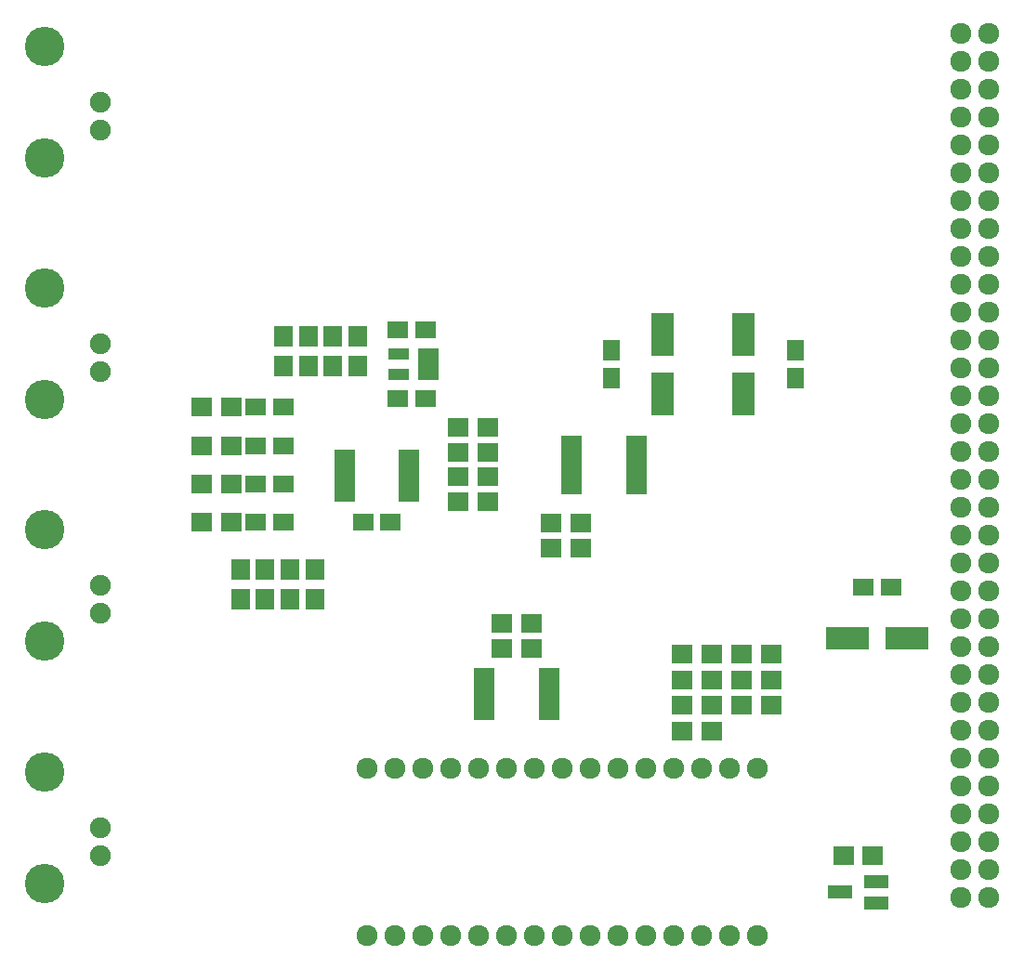
<source format=gbr>
G04 #@! TF.FileFunction,Soldermask,Top*
%FSLAX46Y46*%
G04 Gerber Fmt 4.6, Leading zero omitted, Abs format (unit mm)*
G04 Created by KiCad (PCBNEW 4.0.7-e2-6376~61~ubuntu18.04.1) date Wed Mar 18 18:40:08 2020*
%MOMM*%
%LPD*%
G01*
G04 APERTURE LIST*
%ADD10C,0.100000*%
%ADD11R,1.900000X1.650000*%
%ADD12R,1.650000X1.900000*%
%ADD13R,2.000000X3.900000*%
%ADD14C,1.900000*%
%ADD15C,3.600000*%
%ADD16C,1.924000*%
%ADD17R,2.200000X1.200000*%
%ADD18R,1.900000X1.700000*%
%ADD19R,1.700000X1.900000*%
%ADD20R,1.900000X0.850000*%
%ADD21R,1.850000X0.850000*%
%ADD22R,1.960000X1.050000*%
%ADD23R,3.900000X2.000000*%
G04 APERTURE END LIST*
D10*
D11*
X150792500Y-101219000D03*
X148292500Y-101219000D03*
X150792500Y-104711500D03*
X148292500Y-104711500D03*
X150792500Y-108204000D03*
X148292500Y-108204000D03*
X150792500Y-111696500D03*
X148292500Y-111696500D03*
X160571500Y-111696500D03*
X158071500Y-111696500D03*
D12*
X180721000Y-98532000D03*
X180721000Y-96032000D03*
D13*
X185356500Y-99982000D03*
X185356500Y-94582000D03*
X192722500Y-94582000D03*
X192722500Y-99982000D03*
D12*
X197421500Y-98532000D03*
X197421500Y-96032000D03*
D14*
X134086600Y-75971400D03*
D15*
X129006600Y-68351400D03*
X129006600Y-78511400D03*
D14*
X134086600Y-73431400D03*
X134086600Y-98018600D03*
D15*
X129006600Y-90398600D03*
X129006600Y-100558600D03*
D14*
X134086600Y-95478600D03*
X134112000Y-120015000D03*
D15*
X129032000Y-112395000D03*
X129032000Y-122555000D03*
D14*
X134112000Y-117475000D03*
X134112000Y-142113000D03*
D15*
X129032000Y-134493000D03*
X129032000Y-144653000D03*
D14*
X134112000Y-139573000D03*
D16*
X212547200Y-67183000D03*
X212547200Y-69723000D03*
X212547200Y-72263000D03*
X212547200Y-74803000D03*
X212547200Y-77343000D03*
X212547200Y-79883000D03*
X212547200Y-82423000D03*
X212547200Y-84963000D03*
X212547200Y-87503000D03*
X212547200Y-90043000D03*
X212547200Y-92583000D03*
X212547200Y-95123000D03*
X212547200Y-97663000D03*
X212547200Y-100203000D03*
X212547200Y-102743000D03*
X212547200Y-105283000D03*
X212547200Y-107823000D03*
X212547200Y-110363000D03*
X212547200Y-112903000D03*
X212547200Y-115443000D03*
X212547200Y-117983000D03*
X212547200Y-120523000D03*
X212547200Y-123063000D03*
X212547200Y-125603000D03*
X212547200Y-128143000D03*
X212547200Y-130683000D03*
X212547200Y-133223000D03*
X212547200Y-135763000D03*
X212547200Y-138303000D03*
X212547200Y-140843000D03*
X212547200Y-143383000D03*
X212547200Y-145923000D03*
X215087200Y-67183000D03*
X215087200Y-69723000D03*
X215087200Y-72263000D03*
X215087200Y-74803000D03*
X215087200Y-77343000D03*
X215087200Y-79883000D03*
X215087200Y-82423000D03*
X215087200Y-84963000D03*
X215087200Y-87503000D03*
X215087200Y-90043000D03*
X215087200Y-92583000D03*
X215087200Y-95123000D03*
X215087200Y-97663000D03*
X215087200Y-100203000D03*
X215087200Y-102743000D03*
X215087200Y-105283000D03*
X215087200Y-107823000D03*
X215087200Y-110363000D03*
X215087200Y-112903000D03*
X215087200Y-115443000D03*
X215087200Y-117983000D03*
X215087200Y-120523000D03*
X215087200Y-123063000D03*
X215087200Y-125603000D03*
X215087200Y-128143000D03*
X215087200Y-130683000D03*
X215087200Y-133223000D03*
X215087200Y-135763000D03*
X215087200Y-138303000D03*
X215087200Y-140843000D03*
X215087200Y-143383000D03*
X215087200Y-145923000D03*
D17*
X204824600Y-146365000D03*
X204824600Y-144465000D03*
X201524600Y-145415000D03*
D18*
X177905400Y-111785400D03*
X175205400Y-111785400D03*
D19*
X150799800Y-94789000D03*
X150799800Y-97489000D03*
X153060400Y-94789000D03*
X153060400Y-97489000D03*
X155321000Y-94789000D03*
X155321000Y-97489000D03*
X157581600Y-94789000D03*
X157581600Y-97489000D03*
D18*
X169447200Y-103047800D03*
X166747200Y-103047800D03*
X169447200Y-105308400D03*
X166747200Y-105308400D03*
X169447200Y-107569000D03*
X166747200Y-107569000D03*
X169447200Y-109829600D03*
X166747200Y-109829600D03*
X146066500Y-111696500D03*
X143366500Y-111696500D03*
X146066500Y-108204000D03*
X143366500Y-108204000D03*
X146066500Y-104711500D03*
X143366500Y-104711500D03*
X146066500Y-101219000D03*
X143366500Y-101219000D03*
D19*
X146888200Y-116048800D03*
X146888200Y-118748800D03*
X149148800Y-116048800D03*
X149148800Y-118748800D03*
X151409400Y-116048800D03*
X151409400Y-118748800D03*
X153670000Y-116048800D03*
X153670000Y-118748800D03*
D18*
X175205400Y-114096800D03*
X177905400Y-114096800D03*
X192528200Y-123698000D03*
X195228200Y-123698000D03*
X187143400Y-123698000D03*
X189843400Y-123698000D03*
X204524600Y-142049500D03*
X201824600Y-142049500D03*
X170735000Y-123190000D03*
X173435000Y-123190000D03*
X187168800Y-130759200D03*
X189868800Y-130759200D03*
X192528200Y-128397000D03*
X195228200Y-128397000D03*
X187143400Y-128397000D03*
X189843400Y-128397000D03*
X192528200Y-126060200D03*
X195228200Y-126060200D03*
X187143400Y-126060200D03*
X189843400Y-126060200D03*
D20*
X182972500Y-108764500D03*
X182972500Y-108114500D03*
X182972500Y-107464500D03*
X182972500Y-106814500D03*
X182972500Y-106164500D03*
X182972500Y-105514500D03*
X182972500Y-104864500D03*
X182972500Y-104214500D03*
X177072500Y-104214500D03*
X177072500Y-104864500D03*
X177072500Y-105514500D03*
X177072500Y-106164500D03*
X177072500Y-106814500D03*
X177072500Y-107464500D03*
X177072500Y-108114500D03*
X177072500Y-108764500D03*
D16*
X193967100Y-134112000D03*
X191427100Y-134112000D03*
X188887100Y-134112000D03*
X186347100Y-134112000D03*
X183807100Y-134112000D03*
X181267100Y-134112000D03*
X178727100Y-134112000D03*
X176187100Y-134112000D03*
X173647100Y-134112000D03*
X171107100Y-134112000D03*
X168567100Y-134112000D03*
X166027100Y-134112000D03*
X163487100Y-134112000D03*
X160947100Y-134112000D03*
X158407100Y-134112000D03*
X158407100Y-149352000D03*
X160947100Y-149352000D03*
X163487100Y-149352000D03*
X166027100Y-149352000D03*
X168567100Y-149352000D03*
X171107100Y-149352000D03*
X173647100Y-149352000D03*
X176187100Y-149352000D03*
X178727100Y-149352000D03*
X181267100Y-149352000D03*
X183807100Y-149352000D03*
X186347100Y-149352000D03*
X188887100Y-149352000D03*
X191427100Y-149352000D03*
X193967100Y-149352000D03*
D21*
X156371500Y-105492000D03*
X156371500Y-106142000D03*
X156371500Y-106792000D03*
X156371500Y-107442000D03*
X156371500Y-108092000D03*
X156371500Y-108742000D03*
X156371500Y-109392000D03*
X162271500Y-109392000D03*
X162271500Y-108742000D03*
X162271500Y-108092000D03*
X162271500Y-107442000D03*
X162271500Y-106792000D03*
X162271500Y-106142000D03*
X162271500Y-105492000D03*
X169109600Y-125431000D03*
X169109600Y-126081000D03*
X169109600Y-126731000D03*
X169109600Y-127381000D03*
X169109600Y-128031000D03*
X169109600Y-128681000D03*
X169109600Y-129331000D03*
X175009600Y-129331000D03*
X175009600Y-128681000D03*
X175009600Y-128031000D03*
X175009600Y-127381000D03*
X175009600Y-126731000D03*
X175009600Y-126081000D03*
X175009600Y-125431000D03*
D11*
X161259200Y-100406200D03*
X163759200Y-100406200D03*
X163759200Y-94157800D03*
X161259200Y-94157800D03*
D22*
X163986200Y-98232000D03*
X163986200Y-97282000D03*
X163986200Y-96332000D03*
X161286200Y-96332000D03*
X161286200Y-98232000D03*
D11*
X203677200Y-117652800D03*
X206177200Y-117652800D03*
D23*
X202227200Y-122301000D03*
X207627200Y-122301000D03*
D18*
X170735000Y-120904000D03*
X173435000Y-120904000D03*
M02*

</source>
